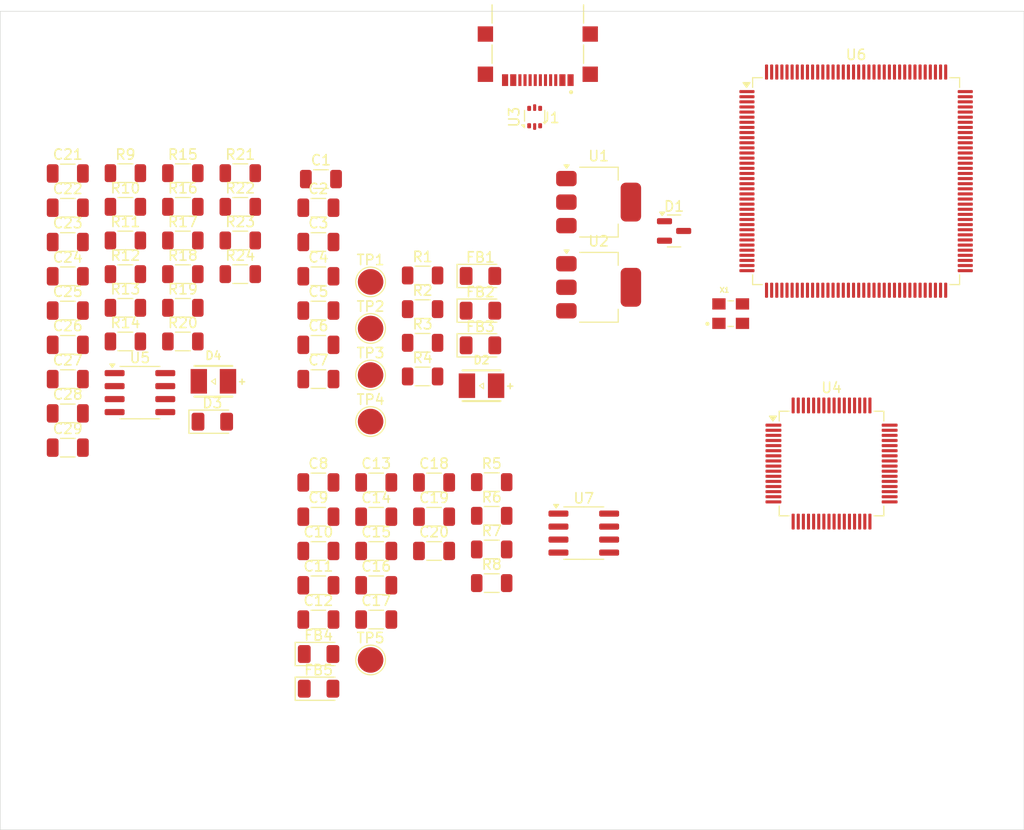
<source format=kicad_pcb>
(kicad_pcb (version 20240108) (generator "pcbnew") (generator_version "8.0")
  (layers (0 "F.Cu" signal) (31 "B.Cu" signal) (34 "B.Paste" user) (35 "F.Paste" user) (36 "B.SilkS" user "B.Silkscreen") (37 "F.SilkS" user "F.Silkscreen") (38 "B.Mask" user) (39 "F.Mask" user) (44 "Edge.Cuts" user))
  (net 0 "")
  (net 1 "GND")
  (net 2 "Net-(U3-VBUS)")
  (net 3 "+5V")
  (net 4 "Net-(U1-VO)")
  (net 5 "+3V3")
  (net 6 "Net-(U2-VO)")
  (net 7 "Net-(J1-D--PadA7)")
  (net 8 "Net-(J1-D+-PadA6)")
  (net 9 "/Power Supply/D-")
  (net 10 "/Power Supply/D+")
  (net 11 "/FPGA/VUART_RTS")
  (net 13 "/FPGA/VUART_Rx")
  (net 14 "/Memorias/EEPROM_CLK")
  (net 16 "/Memorias/EEPROM_DATA")
  (net 17 "/FPGA/VUART_CTS")
  (net 20 "/Memorias/Flash_DI")
  (net 21 "Net-(U4-REF)")
  (net 22 "/Memorias/Flash_DO")
  (net 23 "/FPGA/VUART_DCD")
  (net 24 "Net-(U4-OSCI)")
  (net 26 "/USB-FTDI/VPHY")
  (net 27 "+1V8")
  (net 29 "/FPGA/VUART_DTR")
  (net 30 "Net-(U4-~{PWREN})")
  (net 34 "/Memorias/EEPROM_CS")
  (net 36 "/FPGA/VUART_Tx")
  (net 38 "/Memorias/Flash_DONE")
  (net 40 "/Memorias/Flash_RESET")
  (net 43 "Net-(U4-~{RESET})")
  (net 44 "/Memorias/Flash_SCK")
  (net 45 "/FPGA/VUART_DSR")
  (net 46 "/USB-FTDI/VPLL")
  (net 51 "/Memorias/Flash_CS")
  (net 59 "Net-(U6E-~{CRESET})")
  (net 63 "Net-(U6B-VCCIO_1-Pad100)")
  (net 78 "Net-(U6E-VCC-Pad111)")
  (net 80 "Net-(U6C-VCCIO_2-Pad46)")
  (net 90 "Net-(D4-A)")
  (net 96 "Net-(U6A-VCCIO_0-Pad123)")
  (net 97 "/Memorias/VCCPLL2")
  (net 104 "Net-(U6E-IOB_108_SS)")
  (net 108 "Net-(U6D-VCCIO_3-Pad30)")
  (net 110 "Net-(U6E-IOB_107_SCK)")
  (net 112 "Net-(U6E-IOB_106_SDI)")
  (net 135 "/Memorias/VCCPLL1")
  (net 143 "/Memorias/GNDPLL1")
  (net 158 "Net-(U6E-IOB_105_SDO)")
  (net 171 "Net-(D3-K)")
  (net 173 "/Memorias/GNDPLL2")
  (net 175 "Net-(U7-~{WP})")
  (net 176 "Net-(U7-~{HOLD})")
  (net 177 "Net-(X1-GND)")
  (net 178 "Net-(D2-A)")
  (net 179 "+1V2")
  (net 180 "Net-(J1-CC1)")
  (net 183 "Net-(J1-CC2)")
  (net 184 "Net-(U5-DO)")
  (footprint "Capacitor_SMD:C_1206_3216Metric" (layer "F.Cu") (at 136.725 109.45)
    (property "Reference" "C17" (at 0 -1.85 0) (layer "F.SilkS"))
    (property "Value" "100n")
    (pad "1" smd roundrect (at -1.475 0) (size 1.15 1.8) (layers "F.Cu" "F.Paste" "F.Mask") (roundrect_rratio 0.217391) (net 5 "+3V3"))
    (pad "2" smd roundrect (at 1.475 0) (size 1.15 1.8) (layers "F.Cu" "F.Paste" "F.Mask") (roundrect_rratio 0.217391) (net 177 "Net-(X1-GND)"))
  )
  (footprint "TestPoint:TestPoint_Pad_D2.5mm" (layer "F.Cu") (at 136.175 85.55)
    (property "Reference" "TP3" (at 0 -2.148 0) (layer "F.SilkS"))
    (property "Value" "TP3_1V2")
    (pad "1" smd circle (at 0 0) (size 2.5 2.5) (layers "F.Cu" "F.Mask") (net 179 "+1V2"))
  )
  (footprint "Package_TO_SOT_SMD:SOT-223-3_TabPin2" (layer "F.Cu") (at 158.45 68.65)
    (property "Reference" "U1" (at 0 -4.5 0) (layer "F.SilkS"))
    (property "Value" "LD1117S33TR_SOT223")
    (pad "1" smd roundrect (at -3.15 -2.3) (size 2 1.5) (layers "F.Cu" "F.Paste" "F.Mask") (net 1 "GND"))
    (pad "2" smd roundrect (at -3.15 0) (size 2 1.5) (layers "F.Cu" "F.Paste" "F.Mask") (net 4 "Net-(U1-VO)"))
    (pad "2" smd roundrect (at 3.15 0) (size 2 3.8) (layers "F.Cu" "F.Paste" "F.Mask") (net 4 "Net-(U1-VO)"))
    (pad "3" smd roundrect (at -3.15 2.3) (size 2 1.5) (layers "F.Cu" "F.Paste" "F.Mask") (net 3 "+5V"))
  )
  (footprint "Capacitor_SMD:C_1206_3216Metric" (layer "F.Cu") (at 142.375 99.4)
    (property "Reference" "C19" (at 0 -1.85 0) (layer "F.SilkS"))
    (property "Value" "100n")
    (pad "1" smd roundrect (at -1.475 0) (size 1.15 1.8) (layers "F.Cu" "F.Paste" "F.Mask") (roundrect_rratio 0.217391) (net 5 "+3V3"))
    (pad "2" smd roundrect (at 1.475 0) (size 1.15 1.8) (layers "F.Cu" "F.Paste" "F.Mask") (roundrect_rratio 0.217391) (net 1 "GND"))
  )
  (footprint "Capacitor_SMD:C_1206_3216Metric" (layer "F.Cu") (at 106.595 85.95)
    (property "Reference" "C27" (at 0 -1.85 0) (layer "F.SilkS"))
    (property "Value" "100n")
    (pad "1" smd roundrect (at -1.475 0) (size 1.15 1.8) (layers "F.Cu" "F.Paste" "F.Mask") (roundrect_rratio 0.217391) (net 143 "/Memorias/GNDPLL1"))
    (pad "2" smd roundrect (at 1.475 0) (size 1.15 1.8) (layers "F.Cu" "F.Paste" "F.Mask") (roundrect_rratio 0.217391) (net 135 "/Memorias/VCCPLL1"))
  )
  (footprint "Resistor_SMD:R_1206_3216Metric" (layer "F.Cu") (at 117.835 82.27)
    (property "Reference" "R20" (at 0 -1.82 0) (layer "F.SilkS"))
    (property "Value" "220")
    (pad "1" smd roundrect (at -1.4625 0) (size 1.125 1.75) (layers "F.Cu" "F.Paste" "F.Mask") (roundrect_rratio 0.222222) (net 175 "Net-(U7-~{WP})"))
    (pad "2" smd roundrect (at 1.4625 0) (size 1.125 1.75) (layers "F.Cu" "F.Paste" "F.Mask") (roundrect_rratio 0.222222) (net 5 "+3V3"))
  )
  (footprint "libraries:OSC_ECS-3225MV-120-BN-TR" (layer "F.Cu") (at 171.35 79.55)
    (property "Reference" "X1" (at -0.609668 -2.301325 0) (layer "F.SilkS") (effects (font (size 0.480527 0.480527))))
    (property "Value" "ECS-3225MV-120-BN-TR")
    (pad "1" smd rect (at -1.15 0.95) (size 1.3 1.1) (layers "F.Cu" "F.Paste" "F.Mask") (net 5 "+3V3"))
    (pad "2" smd rect (at 1.15 0.95) (size 1.3 1.1) (layers "F.Cu" "F.Paste" "F.Mask") (net 177 "Net-(X1-GND)"))
    (pad "3" smd rect (at 1.15 -0.95) (size 1.3 1.1) (layers "F.Cu" "F.Paste" "F.Mask") (net 24 "Net-(U4-OSCI)"))
    (pad "4" smd rect (at -1.15 -0.95) (size 1.3 1.1) (layers "F.Cu" "F.Paste" "F.Mask") (net 5 "+3V3"))
  )
  (footprint "Capacitor_SMD:C_1206_3216Metric" (layer "F.Cu") (at 106.595 89.3)
    (property "Reference" "C28" (at 0 -1.85 0) (layer "F.SilkS"))
    (property "Value" "10u")
    (pad "1" smd roundrect (at -1.475 0) (size 1.15 1.8) (layers "F.Cu" "F.Paste" "F.Mask") (roundrect_rratio 0.217391) (net 97 "/Memorias/VCCPLL2"))
    (pad "2" smd roundrect (at 1.475 0) (size 1.15 1.8) (layers "F.Cu" "F.Paste" "F.Mask") (roundrect_rratio 0.217391) (net 173 "/Memorias/GNDPLL2"))
  )
  (footprint "Resistor_SMD:R_1206_3216Metric" (layer "F.Cu") (at 148.005 102.6)
    (property "Reference" "R7" (at 0 -1.82 0) (layer "F.SilkS"))
    (property "Value" "10k")
    (pad "1" smd roundrect (at -1.4625 0) (size 1.125 1.75) (layers "F.Cu" "F.Paste" "F.Mask") (roundrect_rratio 0.222222) (net 5 "+3V3"))
    (pad "2" smd roundrect (at 1.4625 0) (size 1.125 1.75) (layers "F.Cu" "F.Paste" "F.Mask") (roundrect_rratio 0.222222) (net 14 "/Memorias/EEPROM_CLK"))
  )
  (footprint "Package_QFP:LQFP-64_10x10mm_P0.5mm" (layer "F.Cu") (at 181.2 94.2)
    (property "Reference" "U4" (at 0 -7.4 0) (layer "F.SilkS"))
    (property "Value" "FT2232HL")
    (pad "1" smd roundrect (at -5.675 -3.75) (size 1.55 0.3) (layers "F.Cu" "F.Paste" "F.Mask") (net 1 "GND"))
    (pad "2" smd roundrect (at -5.675 -3.25) (size 1.55 0.3) (layers "F.Cu" "F.Paste" "F.Mask") (net 24 "Net-(U4-OSCI)"))
    (pad "3" smd roundrect (at -5.675 -2.75) (size 1.55 0.3) (layers "F.Cu" "F.Paste" "F.Mask"))
    (pad "4" smd roundrect (at -5.675 -2.25) (size 1.55 0.3) (layers "F.Cu" "F.Paste" "F.Mask") (net 26 "/USB-FTDI/VPHY"))
    (pad "5" smd roundrect (at -5.675 -1.75) (size 1.55 0.3) (layers "F.Cu" "F.Paste" "F.Mask") (net 1 "GND"))
    (pad "6" smd roundrect (at -5.675 -1.25) (size 1.55 0.3) (layers "F.Cu" "F.Paste" "F.Mask") (net 21 "Net-(U4-REF)"))
    (pad "7" smd roundrect (at -5.675 -0.75) (size 1.55 0.3) (layers "F.Cu" "F.Paste" "F.Mask") (net 9 "/Power Supply/D-"))
    (pad "8" smd roundrect (at -5.675 -0.25) (size 1.55 0.3) (layers "F.Cu" "F.Paste" "F.Mask") (net 10 "/Power Supply/D+"))
    (pad "9" smd roundrect (at -5.675 0.25) (size 1.55 0.3) (layers "F.Cu" "F.Paste" "F.Mask") (net 46 "/USB-FTDI/VPLL"))
    (pad "10" smd roundrect (at -5.675 0.75) (size 1.55 0.3) (layers "F.Cu" "F.Paste" "F.Mask") (net 1 "GND"))
    (pad "11" smd roundrect (at -5.675 1.25) (size 1.55 0.3) (layers "F.Cu" "F.Paste" "F.Mask") (net 1 "GND"))
    (pad "12" smd roundrect (at -5.675 1.75) (size 1.55 0.3) (layers "F.Cu" "F.Paste" "F.Mask") (net 27 "+1V8"))
    (pad "13" smd roundrect (at -5.675 2.25) (size 1.55 0.3) (layers "F.Cu" "F.Paste" "F.Mask") (net 1 "GND"))
    (pad "14" smd roundrect (at -5.675 2.75) (size 1.55 0.3) (layers "F.Cu" "F.Paste" "F.Mask") (net 43 "Net-(U4-~{RESET})"))
    (pad "15" smd roundrect (at -5.675 3.25) (size 1.55 0.3) (layers "F.Cu" "F.Paste" "F.Mask") (net 1 "GND"))
    (pad "16" smd roundrect (at -5.675 3.75) (size 1.55 0.3) (layers "F.Cu" "F.Paste" "F.Mask") (net 44 "/Memorias/Flash_SCK"))
    (pad "17" smd roundrect (at -3.75 5.675) (size 0.3 1.55) (layers "F.Cu" "F.Paste" "F.Mask") (net 20 "/Memorias/Flash_DI"))
    (pad "18" smd roundrect (at -3.25 5.675) (size 0.3 1.55) (layers "F.Cu" "F.Paste" "F.Mask") (net 22 "/Memorias/Flash_DO"))
    (pad "19" smd roundrect (at -2.75 5.675) (size 0.3 1.55) (layers "F.Cu" "F.Paste" "F.Mask"))
    (pad "20" smd roundrect (at -2.25 5.675) (size 0.3 1.55) (layers "F.Cu" "F.Paste" "F.Mask") (net 5 "+3V3"))
    (pad "21" smd roundrect (at -1.75 5.675) (size 0.3 1.55) (layers "F.Cu" "F.Paste" "F.Mask") (net 51 "/Memorias/Flash_CS"))
    (pad "22" smd roundrect (at -1.25 5.675) (size 0.3 1.55) (layers "F.Cu" "F.Paste" "F.Mask"))
    (pad "23" smd roundrect (at -0.75 5.675) (size 0.3 1.55) (layers "F.Cu" "F.Paste" "F.Mask") (net 38 "/Memorias/Flash_DONE"))
    (pad "24" smd roundrect (at -0.25 5.675) (size 0.3 1.55) (layers "F.Cu" "F.Paste" "F.Mask") (net 40 "/Memorias/Flash_RESET"))
    (pad "25" smd roundrect (at 0.25 5.675) (size 0.3 1.55) (layers "F.Cu" "F.Paste" "F.Mask") (net 1 "GND"))
    (pad "26" smd roundrect (at 0.75 5.675) (size 0.3 1.55) (layers "F.Cu" "F.Paste" "F.Mask"))
    (pad "27" smd roundrect (at 1.25 5.675) (size 0.3 1.55) (layers "F.Cu" "F.Paste" "F.Mask"))
    (pad "28" smd roundrect (at 1.75 5.675) (size 0.3 1.55) (layers "F.Cu" "F.Paste" "F.Mask"))
    (pad "29" smd roundrect (at 2.25 5.675) (size 0.3 1.55) (layers "F.Cu" "F.Paste" "F.Mask"))
    (pad "30" smd roundrect (at 2.75 5.675) (size 0.3 1.55) (layers "F.Cu" "F.Paste" "F.Mask"))
    (pad "31" smd roundrect (at 3.25 5.675) (size 0.3 1.55) (layers "F.Cu" "F.Paste" "F.Mask") (net 5 "+3V3"))
    (pad "32" smd roundrect (at 3.75 5.675) (size 0.3 1.55) (layers "F.Cu" "F.Paste" "F.Mask"))
    (pad "33" smd roundrect (at 5.675 3.75) (size 1.55 0.3) (layers "F.Cu" "F.Paste" "F.Mask"))
    (pad "34" smd roundrect (at 5.675 3.25) (size 1.55 0.3) (layers "F.Cu" "F.Paste" "F.Mask"))
    (pad "35" smd roundrect (at 5.675 2.75) (size 1.55 0.3) (layers "F.Cu" "F.Paste" "F.Mask") (net 1 "GND"))
    (pad "36" smd roundrect (at 5.675 2.25) (size 1.55 0.3) (layers "F.Cu" "F.Paste" "F.Mask"))
    (pad "37" smd roundrect (at 5.675 1.75) (size 1.55 0.3) (layers "F.Cu" "F.Paste" "F.Mask") (net 27 "+1V8"))
    (pad "38" smd roundrect (at 5.675 1.25) (size 1.55 0.3) (layers "F.Cu" "F.Paste" "F.Mask") (net 13 "/FPGA/VUART_Rx"))
    (pad "39" smd roundrect (at 5.675 0.75) (size 1.55 0.3) (layers "F.Cu" "F.Paste" "F.Mask") (net 36 "/FPGA/VUART_Tx"))
    (pad "40" smd roundrect (at 5.675 0.25) (size 1.55 0.3) (layers "F.Cu" "F.Paste" "F.Mask") (net 11 "/FPGA/VUART_RTS"))
    (pad "41" smd roundrect (at 5.675 -0.25) (size 1.55 0.3) (layers "F.Cu" "F.Paste" "F.Mask") (net 17 "/FPGA/VUART_CTS"))
    (pad "42" smd roundrect (at 5.675 -0.75) (size 1.55 0.3) (layers "F.Cu" "F.Paste" "F.Mask") (net 5 "+3V3"))
    (pad "43" smd roundrect (at 5.675 -1.25) (size 1.55 0.3) (layers "F.Cu" "F.Paste" "F.Mask") (net 29 "/FPGA/VUART_DTR"))
    (pad "44" smd roundrect (at 5.675 -1.75) (size 1.55 0.3) (layers "F.Cu" "F.Paste" "F.Mask") (net 45 "/FPGA/VUART_DSR"))
    (pad "45" smd roundrect (at 5.675 -2.25) (size 1.55 0.3) (layers "F.Cu" "F.Paste" "F.Mask") (net 23 "/FPGA/VUART_DCD"))
    (pad "46" smd roundrect (at 5.675 -2.75) (size 1.55 0.3) (layers "F.Cu" "F.Paste" "F.Mask"))
    (pad "47" smd roundrect (at 5.675 -3.25) (size 1.55 0.3) (layers "F.Cu" "F.Paste" "F.Mask") (net 1 "GND"))
    (pad "48" smd roundrect (at 5.675 -3.75) (size 1.55 0.3) (layers "F.Cu" "F.Paste" "F.Mask"))
    (pad "49" smd roundrect (at 3.75 -5.675) (size 0.3 1.55) (layers "F.Cu" "F.Paste" "F.Mask") (net 27 "+1V8"))
    (pad "50" smd roundrect (at 3.25 -5.675) (size 0.3 1.55) (layers "F.Cu" "F.Paste" "F.Mask") (net 5 "+3V3"))
    (pad "51" smd roundrect (at 2.75 -5.675) (size 0.3 1.55) (layers "F.Cu" "F.Paste" "F.Mask") (net 1 "GND"))
    (pad "52" smd roundrect (at 2.25 -5.675) (size 0.3 1.55) (layers "F.Cu" "F.Paste" "F.Mask"))
    (pad "53" smd roundrect (at 1.75 -5.675) (size 0.3 1.55) (layers "F.Cu" "F.Paste" "F.Mask"))
    (pad "54" smd roundrect (at 1.25 -5.675) (size 0.3 1.55) (layers "F.Cu" "F.Paste" "F.Mask"))
    (pad "55" smd roundrect (at 0.75 -5.675) (size 0.3 1.55) (layers "F.Cu" "F.Paste" "F.Mask"))
    (pad "56" smd roundrect (at 0.25 -5.675) (size 0.3 1.55) (layers "F.Cu" "F.Paste" "F.Mask") (net 5 "+3V3"))
    (pad "57" smd roundrect (at -0.25 -5.675) (size 0.3 1.55) (layers "F.Cu" "F.Paste" "F.Mask"))
    (pad "58" smd roundrect (at -0.75 -5.675) (size 0.3 1.55) (layers "F.Cu" "F.Paste" "F.Mask"))
    (pad "59" smd roundrect (at -1.25 -5.675) (size 0.3 1.55) (layers "F.Cu" "F.Paste" "F.Mask"))
    (pad "60" smd roundrect (at -1.75 -5.675) (size 0.3 1.55) (layers "F.Cu" "F.Paste" "F.Mask") (net 30 "Net-(U4-~{PWREN})"))
    (pad "61" smd roundrect (at -2.25 -5.675) (size 0.3 1.55) (layers "F.Cu" "F.Paste" "F.Mask") (net 16 "/Memorias/EEPROM_DATA"))
    (pad "62" smd roundrect (at -2.75 -5.675) (size 0.3 1.55) (layers "F.Cu" "F.Paste" "F.Mask") (net 14 "/Memorias/EEPROM_CLK"))
    (pad "63" smd roundrect (at -3.25 -5.675) (size 0.3 1.55) (layers "F.Cu" "F.Paste" "F.Mask") (net 34 "/Memorias/EEPROM_CS"))
    (pad "64" smd roundrect (at -3.75 -5.675) (size 0.3 1.55) (layers "F.Cu" "F.Paste" "F.Mask") (net 27 "+1V8"))
  )
  (footprint "Resistor_SMD:R_1206_3216Metric" (layer "F.Cu") (at 112.225 82.27)
    (property "Reference" "R14" (at 0 -1.82 0) (layer "F.SilkS"))
    (property "Value" "R")
    (pad "1" smd roundrect (at -1.4625 0) (size 1.125 1.75) (layers "F.Cu" "F.Paste" "F.Mask") (roundrect_rratio 0.222222) (net 22 "/Memorias/Flash_DO"))
    (pad "2" smd roundrect (at 1.4625 0) (size 1.125 1.75) (layers "F.Cu" "F.Paste" "F.Mask") (roundrect_rratio 0.222222) (net 112 "Net-(U6E-IOB_106_SDI)"))
  )
  (footprint "libraries:WL-SMTW_3528" (layer "F.Cu") (at 147.01 86.595)
    (property "Reference" "D2" (at 0 -2.508 0) (layer "F.SilkS") (effects (font (size 0.8 0.8))))
    (property "Value" "LED")
    (fp_text user "+" (at 2.8 0 0) (layer "F.SilkS") (effects (font (size 0.64 0.64))))
    (pad "1" smd rect (at -1.425 0) (size 1.6 2.4) (layers "F.Cu" "F.Paste" "F.Mask") (net 1 "GND"))
    (pad "2" smd rect (at 1.425 0) (size 1.6 2.4) (layers "F.Cu" "F.Paste" "F.Mask") (net 178 "Net-(D2-A)"))
  )
  (footprint "Resistor_SMD:R_1206_3216Metric" (layer "F.Cu") (at 141.255 75.82)
    (property "Reference" "R1" (at 0 -1.82 0) (layer "F.SilkS"))
    (property "Value" "5k1")
    (pad "1" smd roundrect (at -1.4625 0) (size 1.125 1.75) (layers "F.Cu" "F.Paste" "F.Mask") (roundrect_rratio 0.222222) (net 180 "Net-(J1-CC1)"))
    (pad "2" smd roundrect (at 1.4625 0) (size 1.125 1.75) (layers "F.Cu" "F.Paste" "F.Mask") (roundrect_rratio 0.222222) (net 1 "GND"))
  )
  (footprint "Resistor_SMD:R_1206_3216Metric" (layer "F.Cu") (at 112.225 75.69)
    (property "Reference" "R12" (at 0 -1.82 0) (layer "F.SilkS"))
    (property "Value" "220")
    (pad "1" smd roundrect (at -1.4625 0) (size 1.125 1.75) (layers "F.Cu" "F.Paste" "F.Mask") (roundrect_rratio 0.222222) (net 59 "Net-(U6E-~{CRESET})"))
    (pad "2" smd roundrect (at 1.4625 0) (size 1.125 1.75) (layers "F.Cu" "F.Paste" "F.Mask") (roundrect_rratio 0.222222) (net 40 "/Memorias/Flash_RESET"))
  )
  (footprint "Resistor_SMD:R_1206_3216Metric" (layer "F.Cu") (at 112.225 72.4)
    (property "Reference" "R11" (at 0 -1.82 0) (layer "F.SilkS"))
    (property "Value" "10k")
    (pad "1" smd roundrect (at -1.4625 0) (size 1.125 1.75) (layers "F.Cu" "F.Paste" "F.Mask") (roundrect_rratio 0.222222) (net 5 "+3V3"))
    (pad "2" smd roundrect (at 1.4625 0) (size 1.125 1.75) (layers "F.Cu" "F.Paste" "F.Mask") (roundrect_rratio 0.222222) (net 59 "Net-(U6E-~{CRESET})"))
  )
  (footprint "Resistor_SMD:R_1206_3216Metric" (layer "F.Cu") (at 112.225 78.98)
    (property "Reference" "R13" (at 0 -1.82 0) (layer "F.SilkS"))
    (property "Value" "R")
    (pad "1" smd roundrect (at -1.4625 0) (size 1.125 1.75) (layers "F.Cu" "F.Paste" "F.Mask") (roundrect_rratio 0.222222) (net 20 "/Memorias/Flash_DI"))
    (pad "2" smd roundrect (at 1.4625 0) (size 1.125 1.75) (layers "F.Cu" "F.Paste" "F.Mask") (roundrect_rratio 0.222222) (net 158 "Net-(U6E-IOB_105_SDO)"))
  )
  (footprint "Resistor_SMD:R_1206_3216Metric" (layer "F.Cu") (at 112.225 69.11)
    (property "Reference" "R10" (at 0 -1.82 0) (layer "F.SilkS"))
    (property "Value" "10k")
    (pad "1" smd roundrect (at -1.4625 0) (size 1.125 1.75) (layers "F.Cu" "F.Paste" "F.Mask") (roundrect_rratio 0.222222) (net 5 "+3V3"))
    (pad "2" smd roundrect (at 1.4625 0) (size 1.125 1.75) (layers "F.Cu" "F.Paste" "F.Mask") (roundrect_rratio 0.222222) (net 184 "Net-(U5-DO)"))
  )
  (footprint "Resistor_SMD:R_1206_3216Metric" (layer "F.Cu") (at 123.445 65.82)
    (property "Reference" "R21" (at 0 -1.82 0) (layer "F.SilkS"))
    (property "Value" "220")
    (pad "1" smd roundrect (at -1.4625 0) (size 1.125 1.75) (layers "F.Cu" "F.Paste" "F.Mask") (roundrect_rratio 0.222222) (net 5 "+3V3"))
    (pad "2" smd roundrect (at 1.4625 0) (size 1.125 1.75) (layers "F.Cu" "F.Paste" "F.Mask") (roundrect_rratio 0.222222) (net 176 "Net-(U7-~{HOLD})"))
  )
  (footprint "libraries:AMPHENOL_GSB1C41110SSHR" (layer "F.Cu") (at 152.50925 53.0475 180)
    (property "Reference" "J1" (at -1.27 -7.3675 360) (layer "F.SilkS"))
    (property "Value" "USB_C_Receptacle_USB2.0_16P")
    (pad "" np_thru_hole circle (at -2.89 -2.605 180) (size 0.7 0.7) (drill 0.7) (layers "*.Cu" "*.Mask"))
    (pad "" np_thru_hole circle (at 2.89 -2.605 180) (size 0.7 0.7) (drill 0.7) (layers "*.Cu" "*.Mask"))
    (pad "A1" smd rect (at -3.2 -3.68 180) (size 0.6 1.15) (layers "F.Cu" "F.Paste") (net 1 "GND"))
    (pad "A4" smd rect (at -2.4 -3.68 180) (size 0.6 1.15) (layers "F.Cu" "F.Paste") (net 2 "Net-(U3-VBUS)"))
    (pad "A5" smd rect (at -1.25 -3.68 180) (size 0.3 1.15) (layers "F.Cu" "F.Paste") (net 180 "Net-(J1-CC1)"))
    (pad "A6" smd rect (at -0.25 -3.68 180) (size 0.3 1.15) (layers "F.Cu" "F.Paste") (net 8 "Net-(J1-D+-PadA6)"))
    (pad "A7" smd rect (at 0.25 -3.68 180) (size 0.3 1.15) (layers "F.Cu" "F.Paste") (net 7 "Net-(J1-D--PadA7)"))
    (pad "A8" smd rect (at 1.25 -3.68 180) (size 0.3 1.15) (layers "F.Cu" "F.Paste"))
    (pad "B1" smd rect (at 3.2 -3.68 180) (size 0.6 1.15) (layers "F.Cu" "F.Paste") (net 1 "GND"))
    (pad "B4" smd rect (at 2.4 -3.68 180) (size 0.6 1.15) (layers "F.Cu" "F.Paste") (net 2 "Net-(U3-VBUS)"))
    (pad "B5" smd rect (at 1.75 -3.68 180) (size 0.3 1.15) (layers "F.Cu" "F.Paste") (net 183 "Net-(J1-CC2)"))
    (pad "B6" smd rect (at 0.75 -3.68 180) (size 0.3 1.15) (layers "F.Cu" "F.Paste") (net 8 "Net-(J1-D+-PadA6)"))
    (pad "B7" smd rect (at -0.75 -3.68 180) (size 0.3 1.15) (layers "F.Cu" "F.Paste") (net 7 "Net-(J1-D--PadA7)"))
    (pad "B8" smd rect (at -1.75 -3.68 180) (size 0.3 1.15) (layers "F.Cu" "F.Paste"))
    (pad "S1" smd rect (at -5.12 -3.105 180) (size 1.5 1.5) (layers "F.Cu" "F.Paste" "F.Mask") (net 1 "GND"))
    (pad "S1" smd rect (at -5.12 0.825 180) (size 1.5 1.5) (layers "F.Cu" "F.Paste" "F.Mask") (net 1 "GND"))
    (pad "S1" smd rect (at 5.12 -3.105 180) (size 1.5 1.5) (layers "F.Cu" "F.Paste" "F.Mask") (net 1 "GND"))
    (pad "S1" smd rect (at 5.12 0.825 180) (size 1.5 1.5) (layers "F.Cu" "F.Paste" "F.Mask") (net 1 "GND"))
  )
  (footprint "Package_QFP:TQFP-144_20x20mm_P0.5mm" (layer "F.Cu") (at 183.6 66.6)
    (property "Reference" "U6" (at 0 -12.35 0) (layer "F.SilkS"))
    (property "Value" "ICE40HX4K-TQ144")
    (pad "1" smd roundrect (at -10.6625 -8.75) (size 1.475 0.3) (layers "F.Cu" "F.Paste" "F.Mask"))
    (pad "2" smd roundrect (at -10.6625 -8.25) (size 1.475 0.3) (layers "F.Cu" "F.Paste" "F.Mask"))
    (pad "3" smd roundrect (at -10.6625 -7.75) (size 1.475 0.3) (layers "F.Cu" "F.Paste" "F.Mask"))
    (pad "4" smd roundrect (at -10.6625 -7.25) (size 1.475 0.3) (layers "F.Cu" "F.Paste" "F.Mask"))
    (pad "5" smd roundrect (at -10.6625 -6.75) (size 1.475 0.3) (layers "F.Cu" "F.Paste" "F.Mask") (net 1 "GND"))
    (pad "6" smd roundrect (at -10.6625 -6.25) (size 1.475 0.3) (layers "F.Cu" "F.Paste" "F.Mask") (net 108 "Net-(U6D-VCCIO_3-Pad30)"))
    (pad "7" smd roundrect (at -10.6625 -5.75) (size 1.475 0.3) (layers "F.Cu" "F.Paste" "F.Mask"))
    (pad "8" smd roundrect (at -10.6625 -5.25) (size 1.475 0.3) (layers "F.Cu" "F.Paste" "F.Mask"))
    (pad "9" smd roundrect (at -10.6625 -4.75) (size 1.475 0.3) (layers "F.Cu" "F.Paste" "F.Mask"))
    (pad "10" smd roundrect (at -10.6625 -4.25) (size 1.475 0.3) (layers "F.Cu" "F.Paste" "F.Mask"))
    (pad "11" smd roundrect (at -10.6625 -3.75) (size 1.475 0.3) (layers "F.Cu" "F.Paste" "F.Mask"))
    (pad "12" smd roundrect (at -10.6625 -3.25) (size 1.475 0.3) (layers "F.Cu" "F.Paste" "F.Mask"))
    (pad "13" smd roundrect (at -10.6625 -2.75) (size 1.475 0.3) (layers "F.Cu" "F.Paste" "F.Mask") (net 1 "GND"))
    (pad "14" smd roundrect (at -10.6625 -2.25) (size 1.475 0.3) (layers "F.Cu" "F.Paste" "F.Mask") (net 1 "GND"))
    (pad "15" smd roundrect (at -10.6625 -1.75) (size 1.475 0.3) (layers "F.Cu" "F.Paste" "F.Mask"))
    (pad "16" smd roundrect (at -10.6625 -1.25) (size 1.475 0.3) (layers "F.Cu" "F.Paste" "F.Mask"))
    (pad "17" smd roundrect (at -10.6625 -0.75) (size 1.475 0.3) (layers "F.Cu" "F.Paste" "F.Mask"))
    (pad "18" smd roundrect (at -10.6625 -0.25) (size 1.475 0.3) (layers "F.Cu" "F.Paste" "F.Mask"))
    (pad "19" smd roundrect (at -10.6625 0.25) (size 1.475 0.3) (layers "F.Cu" "F.Paste" "F.Mask"))
    (pad "20" smd roundrect (at -10.6625 0.75) (size 1.475 0.3) (layers "F.Cu" "F.Paste" "F.Mask"))
    (pad "21" smd roundrect (at -10.6625 1.25) (size 1.475 0.3) (layers "F.Cu" "F.Paste" "F.Mask"))
    (pad "22" smd roundrect (at -10.6625 1.75) (size 1.475 0.3) (layers "F.Cu" "F.Paste" "F.Mask"))
    (pad "23" smd roundrect (at -10.6625 2.25) (size 1.475 0.3) (layers "F.Cu" "F.Paste" "F.Mask"))
    (pad "24" smd roundrect (at -10.6625 2.75) (size 1.475 0.3) (layers "F.Cu" "F.Paste" "F.Mask"))
    (pad "25" smd roundrect (at -10.6625 3.25) (size 1.475 0.3) (layers "F.Cu" "F.Paste" "F.Mask"))
    (pad "26" smd roundrect (at -10.6625 3.75) (size 1.475 0.3) (layers "F.Cu" "F.Paste" "F.Mask"))
    (pad "27" smd roundrect (at -10.6625 4.25) (size 1.475 0.3) (layers "F.Cu" "F.Paste" "F.Mask") (net 78 "Net-(U6E-VCC-Pad111)"))
    (pad "28" smd roundrect (at -10.6625 4.75) (size 1.475 0.3) (layers "F.Cu" "F.Paste" "F.Mask"))
    (pad "29" smd roundrect (at -10.6625 5.25) (size 1.475 0.3) (layers "F.Cu" "F.Paste" "F.Mask"))
    (pad "30" smd roundrect (at -10.6625 5.75) (size 1.475 0.3) (layers "F.Cu" "F.Paste" "F.Mask") (net 108 "Net-(U6D-VCCIO_3-Pad30)"))
    (pad "31" smd roundrect (at -10.6625 6.25) (size 1.475 0.3) (layers "F.Cu" "F.Paste" "F.Mask"))
    (pad "32" smd roundrect (at -10.6625 6.75) (size 1.475 0.3) (layers "F.Cu" "F.Paste" "F.Mask"))
    (pad "33" smd roundrect (at -10.6625 7.25) (size 1.475 0.3) (layers "F.Cu" "F.Paste" "F.Mask"))
    (pad "34" smd roundrect (at -10.6625 7.75) (size 1.475 0.3) (layers "F.Cu" "F.Paste" "F.Mask"))
    (pad "35" smd roundrect (at -10.6625 8.25) (size 1.475 0.3) (layers "F.Cu" "F.Paste" "F.Mask"))
    (pad "36" smd roundrect (at -10.6625 8.75) (size 1.475 0.3) (layers "F.Cu" "F.Paste" "F.Mask"))
    (pad "37" smd roundrect (at -8.75 10.6625) (size 0.3 1.475) (layers "F.Cu" "F.Paste" "F.Mask"))
    (pad "38" smd roundrect (at -8.25 10.6625) (size 0.3 1.475) (layers "F.Cu" "F.Paste" "F.Mask"))
    (pad "39" smd roundrect (at -7.75 10.6625) (size 0.3 1.475) (layers "F.Cu" "F.Paste" "F.Mask"))
    (pad "40" smd roundrect (at -7.25 10.6625) (size 0.3 1.475) (layers "F.Cu" "F.Paste" "F.Mask") (net 78 "Net-(U6E-VCC-Pad111)"))
    (pad "41" smd roundrect (at -6.75 10.6625) (size 0.3 1.475) (layers "F.Cu" "F.Paste" "F.Mask"))
    (pad "42" smd roundrect (at -6.25 10.6625) (size 0.3 1.475) (layers "F.Cu" "F.Paste" "F.Mask"))
    (pad "43" smd roundrect (at -5.75 10.6625) (size 0.3 1.475) (layers "F.Cu" "F.Paste" "F.Mask"))
    (pad "44" smd roundrect (at -5.25 10.6625) (size 0.3 1.475) (layers "F.Cu" "F.Paste" "F.Mask"))
    (pad "45" smd roundrect (at -4.75 10.6625) (size 0.3 1.475) (layers "F.Cu" "F.Paste" "F.Mask"))
    (pad "46" smd roundrect (at -4.25 10.6625) (size 0.3 1.475) (layers "F.Cu" "F.Paste" "F.Mask") (net 80 "Net-(U6C-VCCIO_2-Pad46)"))
    (pad "47" smd roundrect (at -3.75 10.6625) (size 0.3 1.475) (layers "F.Cu" "F.Paste" "F.Mask"))
    (pad "48" smd roundrect (at -3.25 10.6625) (size 0.3 1.475) (layers "F.Cu" "F.Paste" "F.Mask"))
    (pad "49" smd roundrect (at -2.75 10.6625) (size 0.3 1.475) (layers "F.Cu" "F.Paste" "F.Mask"))
    (pad "50" smd roundrect (at -2.25 10.6625) (size 0.3 1.475) (layers "F.Cu" "F.Paste" "F.Mask"))
    (pad "51" smd roundrect (at -1.75 10.6625) (size 0.3 1.475) (layers "F.Cu" "F.Paste" "F.Mask"))
    (pad "52" smd roundrect (at -1.25 10.6625) (size 0.3 1.475) (layers "F.Cu" "F.Paste" "F.Mask"))
    (pad "53" smd roundrect (at -0.75 10.6625) (size 0.3 1.475) (layers "F.Cu" "F.Paste" "F.Mask") (net 173 "/Memorias/GNDPLL2"))
    (pad "54" smd roundrect (at -0.25 10.6625) (size 0.3 1.475) (layers "F.Cu" "F.Paste" "F.Mask") (net 97 "/Memorias/VCCPLL2"))
    (pad "55" smd roundrect (at 0.25 10.6625) (size 0.3 1.475) (layers "F.Cu" "F.Paste" "F.Mask") (net 13 "/FPGA/VUART_Rx"))
    (pad "56" smd roundrect (at 0.75 10.6625) (size 0.3 1.475) (layers "F.Cu" "F.Paste" "F.Mask") (net 36 "/FPGA/VUART_Tx"))
    (pad "57" smd roundrect (at 1.25 10.6625) (size 0.3 1.475) (layers "F.Cu" "F.Paste" "F.Mask") (net 80 "Net-(U6C-VCCIO_2-Pad46)"))
    (pad "58" smd roundrect (at 1.75 10.6625) (size 0.3 1.475) (layers "F.Cu" "F.Paste" "F.Mask"))
    (pad "59" smd roundrect (at 2.25 10.6625) (size 0.3 1.475) (layers "F.Cu" "F.Paste" "F.Mask") (net 1 "GND"))
    (pad "60" smd roundrect (at 2.75 10.6625) (size 0.3 1.475) (layers "F.Cu" "F.Paste" "F.Mask") (net 11 "/FPGA/VUART_RTS"))
    (pad "61" smd roundrect (at 3.25 10.6625) (size 0.3 1.475) (layers "F.Cu" "F.Paste" "F.Mask") (net 17 "/FPGA/VUART_CTS"))
    (pad "62" smd roundrect (at 3.75 10.6625) (size 0.3 1.475) (layers "F.Cu" "F.Paste" "F.Mask") (net 29 "/FPGA/VUART_DTR"))
    (pad "63" smd roundrect (at 4.25 10.6625) (size 0.3 1.475) (layers "F.Cu" "F.Paste" "F.Mask") (net 45 "/FPGA/VUART_DSR"))
    (pad "64" smd roundrect (at 4.75 10.6625) (size 0.3 1.475) (layers "F.Cu" "F.Paste" "F.Mask") (net 23 "/FPGA/VUART_DCD"))
    (pad "65" smd roundrect (at 5.25 10.6625) (size 0.3 1.475) (layers "F.Cu" "F.Paste" "F.Mask") (net 90 "Net-(D4-A)"))
    (pad "66" smd roundrect (at 5.75 10.6625) (size 0.3 1.475) (layers "F.Cu" "F.Paste" "F.Mask") (net 59 "Net-(U6E-~{CRESET})"))
    (pad "67" smd roundrect (at 6.25 10.6625) (size 0.3 1.475) (layers "F.Cu" "F.Paste" "F.Mask") (net 158 "Net-(U6E-IOB_105_SDO)"))
    (pad "68" smd roundrect (at 6.75 10.6625) (size 0.3 1.475) (layers "F.Cu" "F.Paste" "F.Mask") (net 112 "Net-(U6E-IOB_106_SDI)"))
    (pad "69" smd roundrect (at 7.25 10.6625) (size 0.3 1.475) (layers "F.Cu" "F.Paste" "F.Mask") (net 1 "GND"))
    (pad "70" smd roundrect (at 7.75 10.6625) (size 0.3 1.475) (layers "F.Cu" "F.Paste" "F.Mask") (net 110 "Net-(U6E-IOB_107_SCK)"))
    (pad "71" smd roundrect (at 8.25 10.6625) (size 0.3 1.475) (layers "F.Cu" "F.Paste" "F.Mask") (net 104 "Net-(U6E-IOB_108_SS)"))
    (pad "72" smd roundrect (at 8.75 10.6625) (size 0.3 1.475) (layers "F.Cu" "F.Paste" "F.Mask") (net 5 "+3V3"))
    (pad "73" smd roundrect (at 10.6625 8.75) (size 1.475 0.3) (layers "F.Cu" "F.Paste" "F.Mask"))
    (pad "74" smd roundrect (at 10.6625 8.25) (size 1.475 0.3) (layers "F.Cu" "F.Paste" "F.Mask"))
    (pad "75" smd roundrect (at 10.6625 7.75) (size 1.475 0.3) (layers "F.Cu" "F.Paste" "F.Mask"))
    (pad "76" smd roundrect (at 10.6625 7.25) (size 1.475 0.3) (layers "F.Cu" "F.Paste" "F.Mask"))
    (pad "77" smd roundrect (at 10.6625 6.75) (size 1.475 0.3) (layers "F.Cu" "F.Paste" "F.Mask"))
    (pad "78" smd roundrect (at 10.6625 6.25) (size 1.475 0.3) (layers "F.Cu" "F.Paste" "F.Mask"))
    (pad "79" smd roundrect (at 10.6625 5.75) (size 1.475 0.3) (layers "F.Cu" "F.Paste" "F.Mask"))
    (pad "80" smd roundrect (at 10.6625 5.25) (size 1.475 0.3) (layers "F.Cu" "F.Paste" "F.Mask"))
    (pad "81" smd roundrect (at 10.6625 4.75) (size 1.475 0.3) (layers "F.Cu" "F.Paste" "F.Mask"))
    (pad "82" smd roundrect (at 10.6625 4.25) (size 1.475 0.3) (layers "F.Cu" "F.Paste" "F.Mask"))
    (pad "83" smd roundrect (at 10.6625 3.75) (size 1.475 0.3) (layers "F.Cu" "F.Paste" "F.Mask"))
    (pad "84" smd roundrect (at 10.6625 3.25) (size 1.475 0.3) (layers "F.Cu" "F.Paste" "F.Mask"))
    (pad "85" smd roundrect (at 10.6625 2.75) (size 1.475 0.3) (layers "F.Cu" "F.Paste" "F.Mask"))
    (pad "86" smd roundrect (at 10.6625 2.25) (size 1.475 0.3) (layers "F.Cu" "F.Paste" "F.Mask") (net 1 "GND"))
    (pad "87" smd roundrect (at 10.6625 1.75) (size 1.475 0.3) (layers "F.Cu" "F.Paste" "F.Mask"))
    (pad "88" smd roundrect (at 10.6625 1.25) (size 1.475 0.3) (layers "F.Cu" "F.Paste" "F.Mask"))
    (pad "89" smd roundrect (at 10.6625 0.75) (size 1.475 0.3) (layers "F.Cu" "F.Paste" "F.Mask") (net 63 "Net-(U6B-VCCIO_1-Pad100)"))
    (pad "90" smd roundrect (at 10.6625 0.25) (size 1.475 0.3) (layers "F.Cu" "F.Paste" "F.Mask"))
    (pad "91" smd roundrect (at 10.6625 -0.25) (size 1.475 0.3) (layers "F.Cu" "F.Paste" "F.Mask"))
    (pad "92" smd roundrect (at 10.6625 -0.75) (size 1.475 0.3) (layers "F.Cu" "F.Paste" "F.Mask") (net 78 "Net-(U6E-VCC-Pad111)"))
    (pad "93" smd roundrect (at 10.6625 -1.25) (size 1.475 0.3) (layers "F.Cu" "F.Paste" "F.Mask"))
    (pad "94" smd roundrect (at 10.6625 -1.75) (size 1.475 0.3) (layers "F.Cu" "F.Paste" "F.Mask"))
    (pad "95" smd roundrect (at 10.6625 -2.25) (size 1.475 0.3) (layers "F.Cu" "F.Paste" "F.Mask"))
    (pad "96" smd roundrect (at 10.6625 -2.75) (size 1.475 0.3) (layers "F.Cu" "F.Paste" "F.Mask"))
    (pad "97" smd roundrect (at 10.6625 -3.25) (size 1.475 0.3) (layers "F.Cu" "F.Paste" "F.Mask"))
    (pad "98" smd roundrect (at 10.6625 -3.75) (size 1.475 0.3) (layers "F.Cu" "F.Paste" "F.Mask"))
    (pad "99" smd roundrect (at 10.6625 -4.25) (size 1.475 0.3) (layers "F.Cu" "F.Paste" "F.Mask"))
    (pad "100" smd roundrect (at 10.6625 -4.75) (size 1.475 0.3) (layers "F.Cu" "F.Paste" "F.Mask") (net 63 "Net-(U6B-VCCIO_1-Pad100)"))
    (pad "101" smd roundrect (at 10.6625 -5.25) (size 1.475 0.3) (layers "F.Cu" "F.Paste" "F.Mask"))
    (pad "102" smd roundrect (at 10.6625 -5.75) (size 1.475 0.3) (layers "F.Cu" "F.Paste" "F.Mask"))
    (pad "103" smd roundrect (at 10.6625 -6.25) (size 1.475 0.3) (layers "F.Cu" "F.Paste" "F.Mask") (net 1 "GND"))
    (pad "104" smd roundrect (at 10.6625 -6.75) (size 1.475 0.3) (layers "F.Cu" "F.Paste" "F.Mask"))
    (pad "105" smd roundrect (at 10.6625 -7.25) (size 1.475 0.3) (layers "F.Cu" "F.Paste" "F.Mask"))
    (pad "106" smd roundrect (at 10.6625 -7.75) (size 1.475 0.3) (layers "F.Cu" "F.Paste" "F.Mask"))
    (pad "107" smd roundrect (at 10.6625 -8.25) (size 1.475 0.3) (layers "F.Cu" "F.Paste" "F.Mask"))
    (pad "108" smd roundrect (at 10.6625 -8.75) (size 1.475 0.3) (layers "F.Cu" "F.Paste" "F.Mask") (net 171 "Net-(D3-K)"))
    (pad "109" smd roundrect (at 8.75 -10.6625) (size 0.3 1.475) (layers "F.Cu" "F.Paste" "F.Mask"))
    (pad "110" smd roundrect (at 8.25 -10.6625) (size 0.3 1.475) (layers "F.Cu" "F.Paste" "F.Mask"))
    (pad "111" smd roundrect (at 7.75 -10.6625) (size 0.3 1.475) (layers "F.Cu" "F.Paste" "F.Mask") (net 78 "Net-(U6E-VCC-Pad111)"))
    (pad "112" smd roundrect (at 7.25 -10.6625) (size 0.3 1.475) (layers "F.Cu" "F.Paste" "F.Mask"))
    (pad "113" smd roundrect (at 6.75 -10.6625) (size 0.3 1.475) (layers "F.Cu" "F.Paste" "F.Mask"))
    (pad "114" smd roundrect (at 6.25 -10.6625) (size 0.3 1.475) (layers "F.Cu" "F.Paste" "F.Mask"))
    (pad "115" smd roundrect (at 5.75 -10.6625) (size 0.3 1.475) (layers "F.Cu" "F.Paste" "F.Mask"))
    (pad "116" smd roundrect (at 5.25 -10.6625) (size 0.3 1.475) (layers "F.Cu" "F.Paste" "F.Mask"))
    (pad "117" smd roundrect (at 4.75 -10.6625) (size 0.3 1.475) (layers "F.Cu" "F.Paste" "F.Mask"))
    (pad "118" smd roundrect (at 4.25 -10.6625) (size 0.3 1.475) (layers "F.Cu" "F.Paste" "F.Mask"))
    (pad "119" smd roundrect (at 3.75 -10.6625) (size 0.3 1.475) (layers "F.Cu" "F.Paste" "F.Mask"))
    (pad "120" smd roundrect (at 3.25 -10.6625) (size 0.3 1.475) (layers "F.Cu" "F.Paste" "F.Mask"))
    (pad "121" smd roundrect (at 2.75 -10.6625) (size 0.3 1.475) (layers "F.Cu" "F.Paste" "F.Mask"))
    (pad "122" smd roundrect (at 2.25 -10.6625) (size 0.3 1.475) (layers "F.Cu" "F.Paste" "F.Mask"))
    (pad "123" smd roundrect (at 1.75 -10.6625) (size 0.3 1.475) (layers "F.Cu" "F.Paste" "F.Mask") (net 96 "Net-(U6A-VCCIO_0-Pad123)"))
    (pad "124" smd roundrect (at 1.25 -10.6625) (size 0.3 1.475) (layers "F.Cu" "F.Paste" "F.Mask"))
    (pad "125" smd roundrect (at 0.75 -10.6625) (size 0.3 1.475) (layers "F.Cu" "F.Paste" "F.Mask"))
    (pad "126" smd roundrect (at 0.25 -10.6625) (size 0.3 1.475) (layers "F.Cu" "F.Paste" "F.Mask") (net 135 "/Memorias/VCCPLL1"))
    (pad "127" smd roundrect (at -0.25 -10.6625) (size 0.3 1.475) (layers "F.Cu" "F.Paste" "F.Mask") (net 143 "/Memorias/GNDPLL1"))
    (pad "128" smd roundrect (at -0.75 -10.6625) (size 0.3 1.475) (layers "F.Cu" "F.Paste" "F.Mask"))
    (pad "129" smd roundrect (at -1.25 -10.6625) (size 0.3 1.475) (layers "F.Cu" "F.Paste" "F.Mask"))
    (pad "130" smd roundrect (at -1.75 -10.6625) (size 0.3 1.475) (layers "F.Cu" "F.Paste" "F.Mask"))
    (pad "131" smd roundrect (at -2.25 -10.6625) (size 0.3 1.475) (layers "F.Cu" "F.Paste" "F.Mask") (net 96 "Net-(U6A-VCCIO_0-Pad123)"))
    (pad "132" smd roundrect (at -2.75 -10.6625) (size 0.3 1.475) (layers "F.Cu" "F.Paste" "F.Mask") (net 1 "GND"))
    (pad "133" smd roundrect (at -3.25 -10.6625) (size 0.3 1.475) (layers "F.Cu" "F.Paste" "F.Mask"))
    (pad "134" smd roundrect (at -3.75 -10.6625) (size 0.3 1.475) (layers "F.Cu" "F.Paste" "F.Mask"))
    (pad "135" smd roundrect (at -4.25 -10.6625) (size 0.3 1.475) (layers "F.Cu" "F.Paste" "F.Mask"))
    (pad "136" smd roundrect (at -4.75 -10.6625) (size 0.3 1.475) (layers "F.Cu" "F.Paste" "F.Mask"))
    (pad "137" smd roundrect (at -5.25 -10.6625) (size 0.3 1.475) (layers "F.Cu" "F.Paste" "F.Mask"))
    (pad "138" smd roundrect (at -5.75 -10.6625) (size 0.3 1.475) (layers "F.Cu" "F.Paste" "F.Mask"))
    (pad "139" smd roundrect (at -6.25 -10.6625) (size 0.3 1.475) (layers "F.Cu" "F.Paste" "F.Mask"))
    (pad "140" smd roundrect (at -6.75 -10.6625) (size 0.3 1.475) (layers "F.Cu" "F.Paste" "F.Mask") (net 1 "GND"))
    (pad "141" smd roundrect (at -7.25 -10.6625) (size 0.3 1.475) (layers "F.Cu" "F.Paste" "F.Mask"))
    (pad "142" smd roundrect (at -7.75 -10.6625) (size 0.3 1.475) (layers "F.Cu" "F.Paste" "F.Mask"))
    (pad "143" smd roundrect (at -8.25 -10.6625) (size 0.3 1.475) (layers "F.Cu" "F.Paste" "F.Mask"))
    (pad "144" smd roundrect (at -8.75 -10.6625) (size 0.3 1.475) (layers "F.Cu" "F.Paste" "F.Mask"))
  )
  (footprint "Capacitor_SMD:C_1206_3216Metric" (layer "F.Cu") (at 142.375 102.75)
    (property "Reference" "C20" (at 0 -1.85 0) (layer "F.SilkS"))
    (property "Value" "100n")
    (pad "1" smd roundrect (at -1.475 0) (size 1.15 1.8) (layers "F.Cu" "F.Paste" "F.Mask") (roundrect_rratio 0.217391) (net 5 "+3V3"))
    (pad "2" smd roundrect (at 1.475 0) (size 1.15 1.8) (layers "F.Cu" "F.Paste" "F.Mask") (roundrect_rratio 0.217391) (net 1 "GND"))
  )
  (footprint "Capacitor_SMD:C_1206_3216Metric" (layer "F.Cu") (at 106.595 75.9)
    (property "Reference" "C24" (at 0 -1.85 0) (layer "F.SilkS"))
    (property "Value" "10n")
    (pad "1" smd roundrect (at -1.475 0) (size 1.15 1.8) (layers "F.Cu" "F.Paste" "F.Mask") (roundrect_rratio 0.217391) (net 5 "+3V3"))
    (pad "2" smd roundrect (at 1.475 0) (size 1.15 1.8) (layers "F.Cu" "F.Paste" "F.Mask") (roundrect_rratio 0.217391) (net 1 "GND"))
  )
  (footprint "Resistor_SMD:R_1206_3216Metric" (layer "F.Cu") (at 141.255 85.69)
    (property "Reference" "R4" (at 0 -1.82 0) (layer "F.SilkS"))
    (property "Value" "120")
    (pad "1" smd roundrect (at -1.4625 0) (size 1.125 1.75) (layers "F.Cu" "F.Paste" "F.Mask") (roundrect_rratio 0.222222) (net 6 "Net-(U2-VO)"))
    (pad "2" smd roundrect (at 1.4625 0) (size 1.125 1.75) (layers "F.Cu" "F.Paste" "F.Mask") (roundrect_rratio 0.222222) (net 1 "GND"))
  )
  (footprint "Capacitor_SMD:C_1206_3216Metric" (layer "F.Cu") (at 106.595 82.6)
    (property "Reference" "C26" (at 0 -1.85 0) (layer "F.SilkS"))
    (property "Value" "10u")
    (pad "1" smd roundrect (at -1.475 0) (size 1.15 1.8) (layers "F.Cu" "F.Paste" "F.Mask") (roundrect_rratio 0.217391) (net 143 "/Memorias/GNDPLL1"))
    (pad "2" smd roundrect (at 1.475 0) (size 1.15 1.8) (layers "F.Cu" "F.Paste" "F.Mask") (roundrect_rratio 0.217391) (net 135 "/Memorias/VCCPLL1"))
  )
  (footprint "TestPoint:TestPoint_Pad_D2.5mm" (layer "F.Cu") (at 136.175 90.1)
    (property "Reference" "TP4" (at 0 -2.148 0) (layer "F.SilkS"))
    (property "Value" "TP4_GND")
    (pad "1" smd circle (at 0 0) (size 2.5 2.5) (layers "F.Cu" "F.Mask") (net 1 "GND"))
  )
  (footprint "Capacitor_SMD:C_1206_3216Metric" (layer "F.Cu") (at 131.075 72.55)
    (property "Reference" "C3" (at 0 -1.85 0) (layer "F.SilkS"))
    (property "Value" "10u")
    (pad "1" smd roundrect (at -1.475 0) (size 1.15 1.8) (layers "F.Cu" "F.Paste" "F.Mask") (roundrect_rratio 0.217391) (net 3 "+5V"))
    (pad "2" smd roundrect (at 1.475 0) (size 1.15 1.8) (layers "F.Cu" "F.Paste" "F.Mask") (roundrect_rratio 0.217391) (net 1 "GND"))
  )
  (footprint "Capacitor_SMD:C_1206_3216Metric" (layer "F.Cu") (at 131.075 99.4)
    (property "Reference" "C9" (at 0 -1.85 0) (layer "F.SilkS"))
    (property "Value" "4u7")
    (pad "1" smd roundrect (at -1.475 0) (size 1.15 1.8) (layers "F.Cu" "F.Paste" "F.Mask") (roundrect_rratio 0.217391) (net 26 "/USB-FTDI/VPHY"))
    (pad "2" smd roundrect (at 1.475 0) (size 1.15 1.8) (layers "F.Cu" "F.Paste" "F.Mask") (roundrect_rratio 0.217391) (net 1 "GND"))
  )
  (footprint "Capacitor_SMD:C_1206_3216Metric" (layer "F.Cu") (at 136.725 96.05)
    (property "Reference" "C13" (at 0 -1.85 0) (layer "F.SilkS"))
    (property "Value" "100n")
    (pad "1" smd roundrect (at -1.475 0) (size 1.15 1.8) (layers "F.Cu" "F.Paste" "F.Mask") (roundrect_rratio 0.217391) (net 5 "+3V3"))
    (pad "2" smd roundrect (at 1.475 0) (size 1.15 1.8) (layers "F.Cu" "F.Paste" "F.Mask") (roundrect_rratio 0.217391) (net 1 "GND"))
  )
  (footprint "Resistor_SMD:R_1206_3216Metric" (layer "F.Cu") (at 117.835 78.98)
    (property "Reference" "R19" (at 0 -1.82 0) (layer "F.SilkS"))
    (property "Value" "220R")
    (pad "1" smd roundrect (at -1.4625 0) (size 1.125 1.75) (layers "F.Cu" "F.Paste" "F.Mask") (roundrect_rratio 0.222222) (net 38 "/Memorias/Flash_DONE"))
    (pad "2" smd roundrect (at 1.4625 0) (size 1.125 1.75) (layers "F.Cu" "F.Paste" "F.Mask") (roundrect_rratio 0.222222) (net 90 "Net-(D4-A)"))
  )
  (footprint "Capacitor_SMD:C_1206_3216Metric" (layer "F.Cu") (at 131.075 82.6)
    (property "Reference" "C6" (at 0 -1.85 0) (layer "F.SilkS"))
    (property "Value" "10u")
    (pad "1" smd roundrect (at -1.475 0) (size 1.15 1.8) (layers "F.Cu" "F.Paste" "F.Mask") (roundrect_rratio 0.217391) (net 5 "+3V3"))
    (pad "2" smd roundrect (at 1.475 0) (size 1.15 1.8) (layers "F.Cu" "F.Paste" "F.Mask") (roundrect_rratio 0.217391) (net 1 "GND"))
  )
  (footprint "Capacitor_SMD:C_1206_3216Metric" (layer "F.Cu") (at 106.595 72.55)
    (property "Reference" "C23" (at 0 -1.85 0) (layer "F.SilkS"))
    (property "Value" "1u")
    (pad "1" smd roundrect (at -1.475 0) (size 1.15 1.8) (layers "F.Cu" "F.Paste" "F.Mask") (roundrect_rratio 0.217391) (net 5 "+3V3"))
    (pad "2" smd roundrect (at 1.475 0) (size 1.15 1.8) (layers "F.Cu" "F.Paste" "F.Mask") (roundrect_rratio 0.217391) (net 1 "GND"))
  )
  (footprint "Capacitor_SMD:C_1206_3216Metric" (layer "F.Cu") (at 106.595 65.85)
    (property "Reference" "C21" (at 0 -1.85 0) (layer "F.SilkS"))
    (property "Value" "100n")
    (pad "1" smd roundrect (at -1.475 0) (size 1.15 1.8) (layers "F.Cu" "F.Paste" "F.Mask") (roundrect_rratio 0.217391) (net 5 "+3V3"))
    (pad "2" smd roundrect (at 1.475 0) (size 1.15 1.8) (layers "F.Cu" "F.Paste" "F.Mask") (roundrect_rratio 0.217391) (net 1 "GND"))
  )
  (footprint "Capacitor_SMD:C_1206_3216Metric" (layer "F.Cu") (at 131.075 109.45)
    (property "Reference" "C12" (at 0 -1.85 0) (layer "F.SilkS"))
    (property "Value" "3u3")
    (pad "1" smd roundrect (at -1.475 0) (size 1.15 1.8) (layers "F.Cu" "F.Paste" "F.Mask") (roundrect_rratio 0.217391) (net 27 "+1V8"))
    (pad "2" smd roundrect (at 1.475 0) (size 1.15 1.8) (layers "F.Cu" "F.Paste" "F.Mask") (roundrect_rratio 0.217391) (net 1 "GND"))
  )
  (footprint "Package_TO_SOT_SMD:SOT-223-3_TabPin2" (layer "F.Cu") (at 158.45 76.975)
    (property "Reference" "U2" (at 0 -4.5 0) (layer "F.SilkS"))
    (property "Value" "LD1117S12TR_SOT223")
    (pad "1" smd roundrect (at -3.15 -2.3) (size 2 1.5) (layers "F.Cu" "F.Paste" "F.Mask") (net 1 "GND"))
    (pad "2" smd roundrect (at -3.15 0) (size 2 1.5) (layers "F.Cu" "F.Paste" "F.Mask") (net 6 "Net-(U2-VO)"))
    (pad "2" smd roundrect (at 3.15 0) (size 2 3.8) (layers "F.Cu" "F.Paste" "F.Mask") (net 6 "Net-(U2-VO)"))
    (pad "3" smd roundrect (at -3.15 2.3) (size 2 1.5) (layers "F.Cu" "F.Paste" "F.Mask") (net 5 "+3V3"))
  )
  (footprint "Capacitor_SMD:C_1206_3216Metric" (layer "F.Cu") (at 106.595 69.2)
    (property "Reference" "C22" (at 0 -1.85 0) (layer "F.SilkS"))
    (property "Value" "10n")
    (pad "1" smd roundrect (at -1.475 0) (size 1.15 1.8) (layers "F.Cu" "F.Paste" "F.Mask") (roundrect_rratio 0.217391) (net 5 "+3V3"))
    (pad "2" smd roundrect (at 1.475 0) (size 1.15 1.8) (layers "F.Cu" "F.Paste" "F.Mask") (roundrect_rratio 0.217391) (net 1 "GND"))
  )
  (footprint "Resistor_SMD:R_1206_3216Metric" (layer "F.Cu") (at 148.005 99.31)
    (property "Reference" "R6" (at 0 -1.82 0) (layer "F.SilkS"))
    (property "Value" "1k")
    (pad "1" smd roundrect (at -1.4625 0) (size 1.125 1.75) (layers "F.Cu" "F.Paste" "F.Mask") (roundrect_rratio 0.222222) (net 5 "+3V3"))
    (pad "2" smd roundrect (at 1.4625 0) (size 1.125 1.75) (layers "F.Cu" "F.Paste" "F.Mask") (roundrect_rratio 0.222222) (net 43 "Net-(U4-~{RESET})"))
  )
  (footprint "Package_SO:SOIC-8_3.9x4.9mm_P1.27mm" (layer "F.Cu") (at 157 101)
    (property "Reference" "U7" (at 0 -3.4 0) (layer "F.SilkS"))
    (property "Value" "W25X40CLSN")
    (pad "1" smd roundrect (at -2.475 -1.905) (size 1.95 0.6) (layers "F.Cu" "F.Paste" "F.Mask") (net 104 "Net-(U6E-IOB_108_SS)"))
    (pad "2" smd roundrect (at -2.475 -0.635) (size 1.95 0.6) (layers "F.Cu" "F.Paste" "F.Mask") (net 112 "Net-(U6E-IOB_106_SDI)"))
    (pad "3" smd roundrect (at -2.475 0.635) (size 1.95 0.6) (layers "F.Cu" "F.Paste" "F.Mask") (net 175 "Net-(U7-~{WP})"))
    (pad "4" smd roundrect (at -2.475 1.905) (size 1.95 0.6) (layers "F.Cu" "F.Paste" "F.Mask") (net 1 "GND"))
    (pad "5" smd roundrect (at 2.475 1.905) (size 1.95 0.6) (layers "F.Cu" "F.Paste" "F.Mask") (net 158 "Net-(U6E-IOB_105_SDO)"))
    (pad "6" smd roundrect (at 2.475 0.635) (size 1.95 0.6) (layers "F.Cu" "F.Paste" "F.Mask") (net 110 "Net-(U6E-IOB_107_SCK)"))
    (pad "7" smd roundrect (at 2.475 -0.635) (size 1.95 0.6) (layers "F.Cu" "F.Paste" "F.Mask") (net 176 "Net-(U7-~{HOLD})"))
    (pad "8" smd roundrect (at 2.475 -1.905) (size 1.95 0.6) (layers "F.Cu" "F.Paste" "F.Mask") (net 5 "+3V3"))
  )
  (footprint "Capacitor_SMD:C_1206_3216Metric" (layer "F.Cu") (at 131.075 102.75)
    (property "Reference" "C10" (at 0 -1.85 0) (layer "F.SilkS"))
    (property "Value" "100n")
    (pad "1" smd roundrect (at -1.475 0) (size 1.15 1.8) (layers "F.Cu" "F.Paste" "F.Mask") (roundrect_rratio 0.217391) (net 46 "/USB-FTDI/VPLL"))
    (pad "2" smd roundrect (at 1.475 0) (size 1.15 1.8) (layers "F.Cu" "F.Paste" "F.Mask") (roundrect_rratio 0.217391) (net 1 "GND"))
  )
  (footprint "Resistor_SMD:R_1206_3216Metric" (layer "F.Cu") (at 117.835 72.4)
    (property "Reference" "R17" (at 0 -1.82 0) (layer "F.SilkS"))
    (property "Value" "10k")
    (pad "1" smd roundrect (at -1.4625 0) (size 1.125 1.75) (layers "F.Cu" "F.Paste" "F.Mask") (roundrect_rratio 0.222222) (net 5 "+3V3"))
    (pad "2" smd roundrect (at 1.4625 0) (size 1.125 1.75) (layers "F.Cu" "F.Paste" "F.Mask") (roundrect_rratio 0.222222) (net 104 "Net-(U6E-IOB_108_SS)"))
  )
  (footprint "Package_TO_SOT_SMD:SOT-23" (layer "F.Cu") (at 165.82 71.47)
    (property "Reference" "D1" (at 0 -2.4 0) (layer "F.SilkS"))
    (property "Value" "~")
    (pad "1" smd roundrect (at -0.9375 -0.95) (size 1.475 0.6) (layers "F.Cu" "F.Paste" "F.Mask") (net 2 "Net-(U3-VBUS)"))
    (pad "2" smd roundrect (at -0.9375 0.95) (size 1.475 0.6) (layers "F.Cu" "F.Paste" "F.Mask") (net 2 "Net-(U3-VBUS)"))
    (pad "3" smd roundrect (at 0.9375 0) (size 1.475 0.6) (layers "F.Cu" "F.Paste" "F.Mask") (net 1 "GND"))
  )
  (footprint "Diode_SMD:D_1206_3216Metric" (layer "F.Cu") (at 146.905 82.65)
    (property "Reference" "FB3" (at 0 -1.82 0) (layer "F.SilkS"))
    (property "Value" "FerriteBead_Small")
    (pad "1" smd roundrect (at -1.4 0) (size 1.25 1.75) (layers "F.Cu" "F.Paste" "F.Mask") (roundrect_rratio 0.2) (net 6 "Net-(U2-VO)"))
    (pad "2" smd roundrect (at 1.4 0) (size 1.25 1.75) (layers "F.Cu" "F.Paste" "F.Mask") (roundrect_rratio 0.2) (net 179 "+1V2"))
  )
  (footprint "Package_SO:SOIC-8_3.9x4.9mm_P1.27mm" (layer "F.Cu") (at 113.645 87.27)
    (property "Reference" "U5" (at 0 -3.4 0) (layer "F.SilkS"))
    (property "Value" "M93C66")
    (pad "1" smd roundrect (at -2.475 -1.905) (size 1.95 0.6) (layers "F.Cu" "F.Paste" "F.Mask") (net 34 "/Memorias/EEPROM_CS"))
    (pad "2" smd roundrect (at -2.475 -0.635) (size 1.95 0.6) (layers "F.Cu" "F.Paste" "F.Mask") (net 14 "/Memorias/EEPROM_CLK"))
    (pad "3" smd roundrect (at -2.475 0.635) (size 1.95 0.6) (layers "F.Cu" "F.Paste" "F.Mask") (net 16 "/Memorias/EEPROM_DATA"))
    (pad "4" smd roundrect (at -2.475 1.905) (size 1.95 0.6) (layers "F.Cu" "F.Paste" "F.Mask") (net 184 "Net-(U5-DO)"))
    (pad "5" smd roundrect (at 2.475 1.905) (size 1.95 0.6) (layers "F.Cu" "F.Paste" "F.Mask") (net 1 "GND"))
    (pad "6" smd roundrect (at 2.475 0.635) (size 1.95 0.6) (layers "F.Cu" "F.Paste" "F.Mask") (net 5 "+3V3"))
    (pad "7" smd roundrect (at 2.475 -0.635) (size 1.95 0.6) (layers "F.Cu" "F.Paste" "F.Mask"))
    (pad "8" smd roundrect (at 2.475 -1.905) (size 1.95 0.6) (layers "F.Cu" "F.Paste" "F.Mask") (net 5 "+3V3"))
  )
  (footprint "Diode_SMD:D_1206_3216Metric" (layer "F.Cu") (at 146.905 79.26)
    (property "Reference" "FB2" (at 0 -1.82 0) (layer "F.SilkS"))
    (property "Value" "FerriteBead_Small")
    (pad "1" smd roundrect (at -1.4 0) (size 1.25 1.75) (layers "F.Cu" "F.Paste" "F.Mask") (roundrect_rratio 0.2) (net 4 "Net-(U1-VO)"))
    (pad "2" smd roundrect (at 1.4 0) (size 1.25 1.75) (layers "F.Cu" "F.Paste" "F.Mask") (roundrect_rratio 0.2) (net 5 "+3V3"))
  )
  (footprint "Capacitor_SMD:C_1206_3216Metric" (layer "F.Cu") (at 131.075 85.95)
    (property "Reference" "C7" (at 0 -1.85 0) (layer "F.SilkS"))
    (property "Value" "10u")
    (pad "1" smd roundrect (at -1.475 0) (size 1.15 1.8) (layers "F.Cu" "F.Paste" "F.Mask") (roundrect_rratio 0.217391) (net 6 "Net-(U2-VO)"))
    (pad "2" smd roundrect (at 1.475 0) (size 1.15 1.8) (layers "F.Cu" "F.Paste" "F.Mask") (roundrect_rratio 0.217391) (net 1 "GND"))
  )
  (footprint "Capacitor_SMD:C_1206_3216Metric" (layer "F.Cu") (at 131.075 96.05)
    (property "Reference" "C8" (at 0 -1.85 0) (layer "F.SilkS"))
    (property "Value" "100n")
    (pad "1" smd roundrect (at -1.475 0) (size 1.15 1.8) (layers "F.Cu" "F.Paste" "F.Mask") (roundrect_rratio 0.217391) (net 26 "/USB-FTDI/VPHY"))
    (pad "2" smd roundrect (at 1.475 0) (size 1.15 1.8) (layers "F.Cu" "F.Paste" "F.Mask") (roundrect_rratio 0.217391) (net 1 "GND"))
  )
  (footprint "Resistor_SMD:R_1206_3216Metric" (layer "F.Cu") (at 148.005 105.89)
    (property "Reference" "R8" (at 0 -1.82 0) (layer "F.SilkS"))
    (property "Value" "10k")
    (pad "1" smd roundrect (at -1.4625 0) (size 1.125 1.75) (layers "F.Cu" "F.Paste" "F.Mask") (roundrect_rratio 0.222222) (net 5 "+3V3"))
    (pad "2" smd roundrect (at 1.4625 0) (size 1.125 1.75) (layers "F.Cu" "F.Paste" "F.Mask") (roundrect_rratio 0.222222) (net 34 "/Memorias/EEPROM_CS"))
  )
  (footprint "libraries:WL-SMTW_3528" (layer "F.Cu") (at 120.82 86.165)
    (property "Reference" "D4" (at 0 -2.508 0) (layer "F.SilkS") (effects (font (size 0.8 0.8))))
    (property "Value" "LED")
    (fp_text user "+" (at 2.8 0 0) (layer "F.SilkS") (effects (font (size 0.64 0.64))))
    (pad "1" smd rect (at -1.425 0) (size 1.6 2.4) (layers "F.Cu" "F.Paste" "F.Mask") (net 1 "GND"))
    (pad "2" smd rect (at 1.425 0) (size 1.6 2.4) (layers "F.Cu" "F.Paste" "F.Mask") (net 90 "Net-(D4-A)"))
  )
  (footprint "Resistor_SMD:R_1206_3216Metric" (layer "F.Cu") (at 123.445 75.69)
    (property "Reference" "R24" (at 0 -1.82 0) (layer "F.SilkS"))
    (property "Value" "100")
    (pad "1" smd roundrect (at -1.4625 0) (size 1.125 1.75) (layers "F.Cu" "F.Paste" "F.Mask") (roundrect_rratio 0.222222) (net 179 "+1V2"))
    (pad "2" smd roundrect (at 1.4625 0) (size 1.125 1.75) (layers "F.Cu" "F.Paste" "F.Mask") (roundrect_rratio 0.222222) (net 97 "/Memorias/VCCPLL2"))
  )
  (footprint "Capacitor_SMD:C_1206_3216Metric" (layer "F.Cu") (at 131.075 79.25)
    (property "Reference" "C5" (at 0 -1.85 0) (layer "F.SilkS"))
    (property "Value" "100n")
    (pad "1" smd roundrect (at -1.475 0) (size 1.15 1.8) (layers "F.Cu" "F.Paste" "F.Mask") (roundrect_rratio 0.217391) (net 5 "+3V3"))
    (pad "2" smd roundrect (at 1.475 0) (size 1.15 1.8) (layers "F.Cu" "F.Paste" "F.Mask") (roundrect_rratio 0.217391) (net 1 "GND"))
  )
  (footprint "Capacitor_SMD:C_1206_3216Metric" (layer "F.Cu") (at 131.075 69.2)
    (property "Reference" "C2" (at 0 -1.85 0) (layer "F.SilkS"))
    (property "Value" "100n")
    (pad "1" smd roundrect (at -1.475 0) (size 1.15 1.8) (layers "F.Cu" "F.Paste" "F.Mask") (roundrect_rratio 0.217391) (net 3 "+5V"))
    (pad "2" smd roundrect (at 1.475 0) (size 1.15 1.8) (layers "F.Cu" "F.Paste" "F.Mask") (roundrect_rratio 0.217391) (net 1 "GND"))
  )
  (footprint "Resistor_SMD:R_1206_3216Metric" (layer "F.Cu") (at 123.445 69.11)
    (property "Reference" "R22" (at 0 -1.82 0) (layer "F.SilkS"))
    (property "Value" "1k")
    (pad "1" smd roundrect (at -1.4625 0) (size 1.125 1.75) (layers "F.Cu" "F.Paste" "F.Mask") (roundrect_rratio 0.222222) (net 90 "Net-(D4-A)"))
    (pad "2" smd roundrect (at 1.4625 0) (size 1.125 1.75) (layers "F.Cu" "F.Paste" "F.Mask") (roundrect_rratio 0.222222) (net 5 "+3V3"))
  )
  (footprint "Resistor_SMD:R_1206_3216Metric" (layer "F.Cu") (at 141.255 82.4)
    (property "Reference" "R3" (at 0 -1.82 0) (layer "F.SilkS"))
    (property "Value" "5k1")
    (pad "1" smd roundrect (at -1.4625 0) (size 1.125 1.75) (layers "F.Cu" "F.Paste" "F.Mask") (roundrect_rratio 0.222222) (net 183 "Net-(J1-CC2)"))
    (pad "2" smd roundrect (at 1.4625 0) (size 1.125 1.75) (layers "F.Cu" "F.Paste" "F.Mask") (roundrect_rratio 0.222222) (net 1 "GND"))
  )
  (footprint "Diode_SMD:D_1206_3216Metric" (layer "F.Cu") (at 146.905 75.87)
    (property "Reference" "FB1" (at 0 -1.82 0) (layer "F.SilkS"))
    (property "Value" "FerriteBead_Small")
    (pad "1" smd roundrect (at -1.4 0) (size 1.25 1.75) (layers "F.Cu" "F.Paste" "F.Mask") (roundrect_rratio 0.2) (net 2 "Net-(U3-VBUS)"))
    (pad "2" smd roundrect (at 1.4 0) (size 1.25 1.75) (layers "F.Cu" "F.Paste" "F.Mask") (roundrect_rratio 0.2) (net 3 "+5V"))
  )
  (footprint "Capacitor_SMD:C_1206_3216Metric" (layer "F.Cu") (at 131.075 106.1)
    (property "Reference" "C11" (at 0 -1.85 0) (layer "F.SilkS"))
    (property "Value" "4u7")
    (pad "1" smd roundrect (at -1.475 0) (size 1.15 1.8) (layers "F.Cu" "F.Paste" "F.Mask") (roundrect_rratio 0.217391) (net 46 "/USB-FTDI/VPLL"))
    (pad "2" smd roundrect (at 1.475 0) (size 1.15 1.8) (layers "F.Cu" "F.Paste" "F.Mask") (roundrect_rratio 0.217391) (net 1 "GND"))
  )
  (footprint "Capacitor_SMD:C_1206_3216Metric" (layer "F.Cu") (at 131.075 75.9)
    (property "Reference" "C4" (at 0 -1.85 0) (layer "F.SilkS"))
    (property "Value" "10u")
    (pad "1" smd roundrect (at -1.475 0) (size 1.15 1.8) (layers "F.Cu" "F.Paste" "F.Mask") (roundrect_rratio 0.217391) (net 4 "Net-(U1-VO)"))
    (pad "2" smd roundrect (at 1.475 0) (size 1.15 1.8) (layers "F.Cu" "F.Paste" "F.Mask") (roundrect_rratio 0.217391) (net 1 "GND"))
  )
  (footprint "Package_TO_SOT_SMD:SOT-666" (layer "F.Cu") (at 152.2 60.3375 90)
    (property "Reference" "U3" (at 0 -2 90) (layer "F.SilkS"))
    (property "Value" "USBLC6-2SC6")
    (pad "1" smd roundrect (at -0.85 -0.5375 90) (size 0.5 0.375) (layers "F.Cu" "F.Paste" "F.Mask") (net 7 "Net-(J1-D--PadA7)"))
    (pad "2" smd roundrect (at -0.925 0 90) (size 0.65 0.3) (layers "F.Cu" "F.Paste" "F.Mask") (net 1 "GND"))
    (pad "3" smd roundrect (at -0.85 0.5375 90) (size 0.5 0.375) (layers "F.Cu" "F.Paste" "F.Mask") (net 8 "Net-(J1-D+-PadA6)"))
    (pad "4" smd roundrect (at 0.85 0.5375 90) (size 0.5 0.375) (layers "F.Cu" "F.Paste" "F.Mask") (net 10 "/Power Supply/D+"))
    (pad "5" smd roundrect (at 0.925 0 90) (size 0.65 0.3) (layers "F.Cu" "F.Paste" "F.Mask") (net 2 "Net-(U3-VBUS)"))
    (pad "6" smd roundrect (at 0.85 -0.5375 90) (size 0.5 0.375) (layers "F.Cu" "F.Paste" "F.Mask") (net 9 "/Power Supply/D-"))
  )
  (footprint "Diode_SMD:D_1206_3216Metric" (layer "F.Cu") (at 120.715 90.11)
    (property "Reference" "D3" (at 0 -1.82 0) (layer "F.SilkS"))
    (property "Value" "D_Schottky")
    (pad "1" smd roundrect (at -1.4 0) (size 1.25 1.75) (layers "F.Cu" "F.Paste" "F.Mask") (roundrect_rratio 0.2) (net 171 "Net-(D3-K)"))
    (pad "2" smd roundrect (at 1.4 0) (size 1.25 1.75) (layers "F.Cu" "F.Paste" "F.Mask") (roundrect_rratio 0.2) (net 5 "+3V3"))
  )
  (footprint "TestPoint:TestPoint_Pad_D2.5mm" (layer "F.Cu") (at 136.175 76.45)
    (property "Reference" "TP1" (at 0 -2.148 0) (layer "F.SilkS"))
    (property "Value" "TP2_3V1")
    (pad "1" smd circle (at 0 0) (size 2.5 2.5) (layers "F.Cu" "F.Mask") (net 5 "+3V3"))
  )
  (footprint "Diode_SMD:D_1206_3216Metric" (layer "F.Cu") (at 131.095 112.82)
    (property "Reference" "FB4" (at 0 -1.82 0) (layer "F.SilkS"))
    (property "Value" "FerriteBead_Small")
    (pad "1" smd roundrect (at -1.4 0) (size 1.25 1.75) (layers "F.Cu" "F.Paste" "F.Mask") (roundrect_rratio 0.2) (net 5 "+3V3"))
    (pad "2" smd roundrect (at 1.4 0) (size 1.25 1.75) (layers "F.Cu" "F.Paste" "F.Mask") (roundrect_rratio 0.2) (net 26 "/USB-FTDI/VPHY"))
  )
  (footprint "Resistor_SMD:R_1206_3216Metric" (layer "F.Cu") (at 117.835 75.69)
    (property "Reference" "R18" (at 0 -1.82 0) (layer "F.SilkS"))
    (property "Value" "10k")
    (pad "1" smd roundrect (at -1.4625 0) (size 1.125 1.75) (layers "F.Cu" "F.Paste" "F.Mask") (roundrect_rratio 0.222222) (net 5 "+3V3"))
    (pad "2" smd roundrect (at 1.4625 0) (size 1.125 1.75) (layers "F.Cu" "F.Paste" "F.Mask") (roundrect_rratio 0.222222) (net 110 "Net-(U6E-IOB_107_SCK)"))
  )
  (footprint "TestPoint:TestPoint_Pad_D2.5mm" (layer "F.Cu") (at 136.175 81)
    (property "Reference" "TP2" (at 0 -2.148 0) (layer "F.SilkS"))
    (property "Value" "TP1_5V1")
    (pad "1" smd circle (at 0 0) (size 2.5 2.5) (layers "F.Cu" "F.Mask") (net 3 "+5V"))
  )
  (footprint "Resistor_SMD:R_1206_3216Metric" (layer "F.Cu") (at 141.255 79.11)
    (property "Reference" "R2" (at 0 -1.82 0) (layer "F.SilkS"))
    (property "Value" "1k")
    (pad "1" smd roundrect (at -1.4625 0) (size 1.125 1.75) (layers "F.Cu" "F.Paste" "F.Mask") (roundrect_rratio 0.222222) (net 3 "+5V"))
    (pad "2" smd roundrect (at 1.4625 0) (size 1.125 1.75) (layers "F.Cu" "F.Paste" "F.Mask") (roundrect_rratio 0.222222) (net 178 "Net-(D2-A)"))
  )
  (footprint "TestPoint:TestPoint_Pad_D2.5mm" (layer "F.Cu") (at 136.175 113.4)
    (property "Reference" "TP5" (at 0 -2.148 0) (layer "F.SilkS"))
    (property "Value" "TP_PWR_EN")
    (pad "1" smd circle (at 0 0) (size 2.5 2.5) (layers "F.Cu" "F.Mask") (net 30 "Net-(U4-~{PWREN})"))
  )
  (footprint "Resistor_SMD:R_1206_3216Metric" (layer "F.Cu") (at 112.225 65.82)
    (property "Reference" "R9" (at 0 -1.82 0) (layer "F.SilkS"))
    (property "Value" "2k2")
    (pad "1" smd roundrect (at -1.4625 0) (size 1.125 1.75) (layers "F.Cu" "F.Paste" "F.Mask") (roundrect_rratio 0.222222) (net 16 "/Memorias/EEPROM_DATA"))
    (pad "2" smd roundrect (at 1.4625 0) (size 1.125 1.75) (layers "F.Cu" "F.Paste" "F.Mask") (roundrect_rratio 0.222222) (net 184 "Net-(U5-DO)"))
  )
  (footprint "Capacitor_SMD:C_1206_3216Metric" (layer "F.Cu") (at 106.595 92.65)
    (property "Reference" "C29" (at 0 -1.85 0) (layer "F.SilkS"))
    (property "Value" "100n")
    (pad "1" smd roundrect (at -1.475 0) (size 1.15 1.8) (layers "F.Cu" "F.Paste" "F.Mask") (roundrect_rratio 0.217391) (net 97 "/Memorias/VCCPLL2"))
    (pad "2" smd roundrect (at 1.475 0) (size 1.15 1.8) (layers "F.Cu" "F.Paste" "F.Mask") (roundrect_rratio 0.217391) (net 173 "/Memorias/GNDPLL2"))
  )
  (footprint "Capacitor_SMD:C_1206_3216Metric" (layer "F.Cu") (at 131.325 66.4)
    (property "Reference" "C1" (at 0 -1.85 0) (layer "F.SilkS"))
    (property "Value" "10n")
    (pad "1" smd roundrect (at -1.475 0) (size 1.15 1.8) (layers "F.Cu" "F.Paste" "F.Mask") (roundrect_rratio 0.217391) (net 2 "Net-(U3-VBUS)"))
    (pad "2" smd roundrect (at 1.475 0) (size 1.15 1.8) (layers "F.Cu" "F.Paste" "F.Mask") (roundrect_rratio 0.217391) (net 1 "GND"))
  )
  (footprint "Resistor_SMD:R_1206_3216Metric" (layer "F.Cu") (at 117.835 65.82)
    (property "Reference" "R15" (at 0 -1.82 0) (layer "F.SilkS"))
    (property "Value" "R")
    (pad "1" smd roundrect (at -1.4625 0) (size 1.125 1.75) (layers "F.Cu" "F.Paste" "F.Mask") (roundrect_rratio 0.222222))
    (pad "2" smd roundrect (at 1.4625 0) (size 1.125 1.75) (layers "F.Cu" "F.Paste" "F.Mask") (roundrect_rratio 0.222222) (net 110 "Net-(U6E-IOB_107_SCK)"))
  )
  (footprint "Capacitor_SMD:C_1206_3216Metric" (layer "F.Cu") (at 136.725 99.4)
    (property "Reference" "C14" (at 0 -1.85 0) (layer "F.SilkS"))
    (property "Value" "100n")
    (pad "1" smd roundrect (at -1.475 0) (size 1.15 1.8) (layers "F.Cu" "F.Paste" "F.Mask") (roundrect_rratio 0.217391) (net 5 "+3V3"))
    (pad "2" smd roundrect (at 1.475 0) (size 1.15 1.8) (layers "F.Cu" "F.Paste" "F.Mask") (roundrect_rratio 0.217391) (net 1 "GND"))
  )
  (footprint "Resistor_SMD:R_1206_3216Metric" (layer "F.Cu") (at 117.835 69.11)
    (property "Reference" "R16" (at 0 -1.82 0) (layer "F.SilkS"))
    (property "Value" "R")
    (pad "1" smd roundrect (at -1.4625 0) (size 1.125 1.75) (layers "F.Cu" "F.Paste" "F.Mask") (roundrect_rratio 0.222222) (net 51 "/Memorias/Flash_CS"))
    (pad "2" smd roundrect (at 1.4625 0) (size 1.125 1.75) (layers "F.Cu" "F.Paste" "F.Mask") (roundrect_rratio 0.222222) (net 104 "Net-(U6E-IOB_108_SS)"))
  )
  (footprint "Capacitor_SMD:C_1206_3216Metric" (layer "F.Cu") (at 106.595 79.25)
    (property "Reference" "C25" (at 0 -1.85 0) (layer "F.SilkS"))
    (property "Value" "1u")
    (pad "1" smd roundrect (at -1.475 0) (size 1.15 1.8) (layers "F.Cu" "F.Paste" "F.Mask") (roundrect_rratio 0.217391) (net 5 "+3V3"))
    (pad "2" smd roundrect (at 1.475 0) (size 1.15 1.8) (layers "F.Cu" "F.Paste" "F.Mask") (roundrect_rratio 0.217391) (net 1 "GND"))
  )
  (footprint "Resistor_SMD:R_1206_3216Metric" (layer "F.Cu") (at 148.005 96.02)
    (property "Reference" "R5" (at 0 -1.82 0) (layer "F.SilkS"))
    (property "Value" "12k")
    (pad "1" smd roundrect (at -1.4625 0) (size 1.125 1.75) (layers "F.Cu" "F.Paste" "F.Mask") (roundrect_rratio 0.222222) (net 1 "GND"))
    (pad "2" smd roundrect (at 1.4625 0) (size 1.125 1.75) (layers "F.Cu" "F.Paste" "F.Mask") (roundrect_rratio 0.222222) (net 21 "Net-(U4-REF)"))
  )
  (footprint "Resistor_SMD:R_1206_3216Metric" (layer "F.Cu") (at 123.445 72.4)
    (property "Reference" "R23" (at 0 -1.82 0) (layer "F.SilkS"))
    (property "Value" "100")
    (pad "1" smd roundrect (at -1.4625 0) (size 1.125 1.75) (layers "F.Cu" "F.Paste" "F.Mask") (roundrect_rratio 0.222222) (net 179 "+1V2"))
    (pad "2" smd roundrect (at 1.4625 0) (size 1.125 1.75) (layers "F.Cu" "F.Paste" "F.Mask") (roundrect_rratio 0.222222) (net 135 "/Memorias/VCCPLL1"))
  )
  (footprint "Diode_SMD:D_1206_3216Metric" (layer "F.Cu") (at 131.095 116.21)
    (property "Reference" "FB5" (at 0 -1.82 0) (layer "F.SilkS"))
    (property "Value" "FerriteBead_Small")
    (pad "1" smd roundrect (at -1.4 0) (size 1.25 1.75) (layers "F.Cu" "F.Paste" "F.Mask") (roundrect_rratio 0.2) (net 5 "+3V3"))
    (pad "2" smd roundrect (at 1.4 0) (size 1.25 1.75) (layers "F.Cu" "F.Paste" "F.Mask") (roundrect_rratio 0.2) (net 46 "/USB-FTDI/VPLL"))
  )
  (footprint "Capacitor_SMD:C_1206_3216Metric" (layer "F.Cu") (at 142.375 96.05)
    (property "Reference" "C18" (at 0 -1.85 0) (layer "F.SilkS"))
    (property "Value" "100n")
    (pad "1" smd roundrect (at -1.475 0) (size 1.15 1.8) (layers "F.Cu" "F.Paste" "F.Mask") (roundrect_rratio 0.217391) (net 5 "+3V3"))
    (pad "2" smd roundrect (at 1.475 0) (size 1.15 1.8) (layers "F.Cu" "F.Paste" "F.Mask") (roundrect_rratio 0.217391) (net 1 "GND"))
  )
  (footprint "Capacitor_SMD:C_1206_3216Metric" (layer "F.Cu") (at 136.725 106.1)
    (property "Reference" "C16" (at 0 -1.85 0) (layer "F.SilkS"))
    (property "Value" "100n")
    (pad "1" smd roundrect (at -1.475 0) (size 1.15 1.8) (layers "F.Cu" "F.Paste" "F.Mask") (roundrect_rratio 0.217391) (net 5 "+3V3"))
    (pad "2" smd roundrect (at 1.475 0) (size 1.15 1.8) (layers "F.Cu" "F.Paste" "F.Mask") (roundrect_rratio 0.217391) (net 1 "GND"))
  )
  (footprint "Capacitor_SMD:C_1206_3216Metric" (layer "F.Cu") (at 136.725 102.75)
    (property "Reference" "C15" (at 0 -1.85 0) (layer "F.SilkS"))
    (property "Value" "100n")
    (pad "1" smd roundrect (at -1.475 0) (size 1.15 1.8) (layers "F.Cu" "F.Paste" "F.Mask") (roundrect_rratio 0.217391) (net 5 "+3V3"))
    (pad "2" smd roundrect (at 1.475 0) (size 1.15 1.8) (layers "F.Cu" "F.Paste" "F.Mask") (roundrect_rratio 0.217391) (net 1 "GND"))
  )
  (gr_rect (start 100 50) (end 200 130) (stroke (width 0.05)) (fill none) (layer "Edge.Cuts"))
)
</source>
